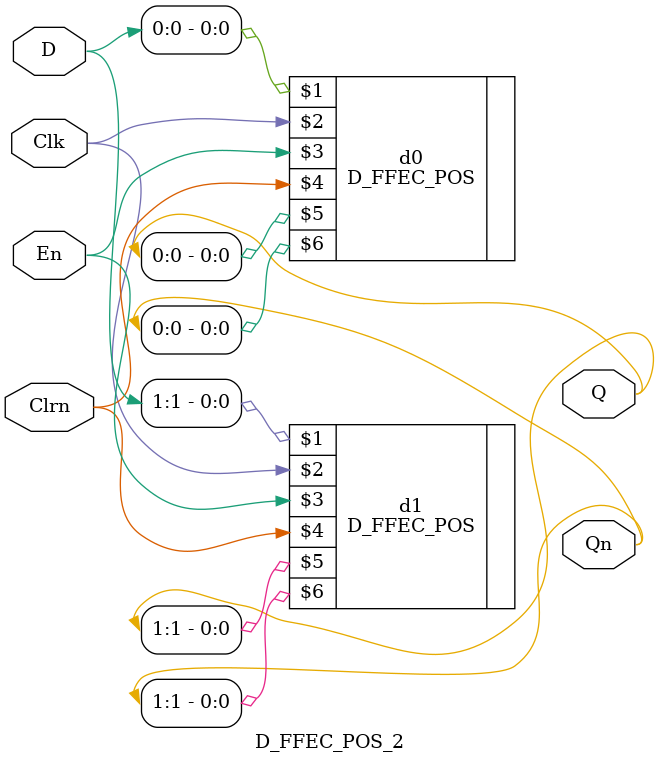
<source format=v>
`timescale 1ns / 1ps

module D_FFEC_POS_2(D, Clk, En, Clrn, Q, Qn);

input   [1:0]   D;
input           Clk, En, Clrn;
output  [1:0]   Q, Qn;

D_FFEC_POS  d0(D[0], Clk, En, Clrn, Q[0], Qn[0]);
D_FFEC_POS  d1(D[1], Clk, En, Clrn, Q[1], Qn[1]);

endmodule

</source>
